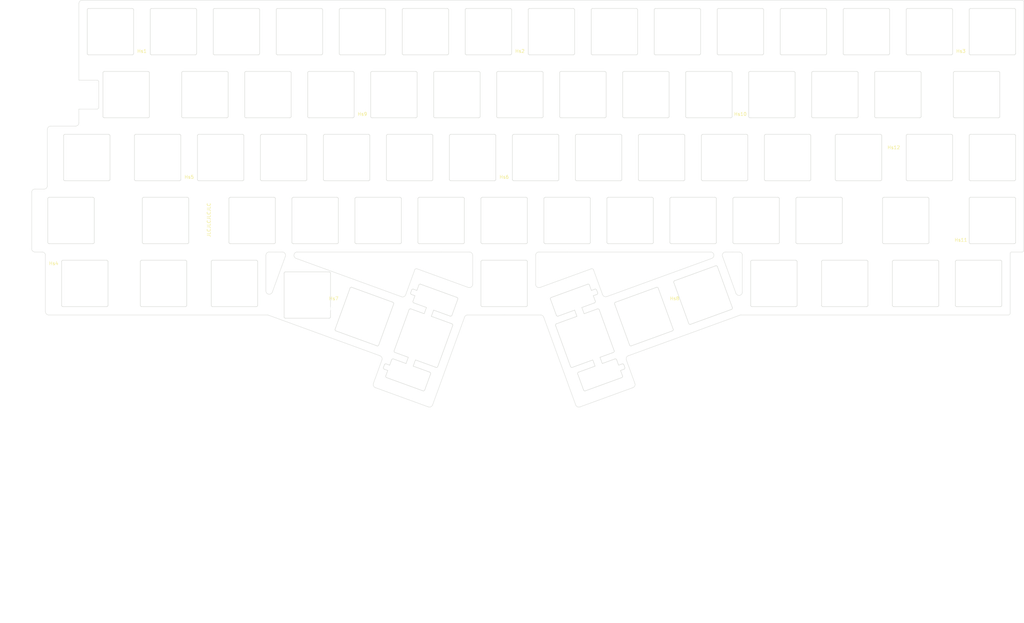
<source format=kicad_pcb>
(kicad_pcb (version 20241229) (generator "pcbnew") (generator_version "9.0")
  (layers (0 "F.Cu" signal) (2 "B.Cu" signal) (13 "F.Paste" user) (15 "B.Paste" user) (5 "F.SilkS" user "F.Silkscreen") (7 "B.SilkS" user "B.Silkscreen") (1 "F.Mask" user) (3 "B.Mask" user) (25 "Edge.Cuts" user))
  (net 0 "")
  (footprint "tmr-lib:Switch_Cutout" (layer "F.Cu") (at 256.5 19))
  (footprint "tmr-lib:Switch_Cutout" (layer "F.Cu") (at 19 0))
  (footprint "tmr-lib:Switch_Cutout_2u" (layer "F.Cu") (at 113.4 92.5 70))
  (footprint "tmr-lib:Switch_Cutout" (layer "F.Cu") (at 213.75 57))
  (footprint "tmr-lib:Switch_Cutout" (layer "F.Cu") (at 179.9 86 20))
  (footprint "tmr-lib:Switch_Cutout" (layer "F.Cu") (at 95.6 86 -20))
  (footprint "tmr-lib:Switch_Cutout" (layer "F.Cu") (at 47.5 19))
  (footprint "MountingHole:MountingHole_2.1mm" (layer "F.Cu") (at 28.5 8.93))
  (footprint "tmr-lib:Switch_Cutout" (layer "F.Cu") (at 285 0))
  (footprint "tmr-lib:Switch_Cutout" (layer "F.Cu") (at 57 0))
  (footprint "tmr-lib:Dummy" (layer "F.Cu") (at 229.78125 80))
  (footprint "tmr-lib:Switch_Cutout" (layer "F.Cu") (at 137.75 57))
  (footprint "tmr-lib:Switch_Cutout" (layer "F.Cu") (at 90.25 38))
  (footprint "tmr-lib:Switch_Cutout" (layer "F.Cu") (at 80.75 57))
  (footprint "tmr-lib:Switch_Cutout" (layer "F.Cu") (at 166.25 38))
  (footprint "tmr-lib:Switch_Cutout_1.75u" (layer "F.Cu") (at 258.875 57))
  (footprint "tmr-lib:Switch_Cutout" (layer "F.Cu") (at 223.25 38))
  (footprint "MountingHole:MountingHole_2.1mm" (layer "F.Cu") (at 189.145 83.6))
  (footprint "tmr-lib:Switch_Cutout" (layer "F.Cu") (at 147.25 38))
  (footprint "tmr-lib:Switch_Cutout" (layer "F.Cu") (at 56.4 76))
  (footprint "tmr-lib:Switch_Cutout" (layer "F.Cu") (at 156.75 57))
  (footprint "tmr-lib:Switch_Cutout" (layer "F.Cu") (at 128.25 38))
  (footprint "tmr-lib:Switch_Cutout_1.25u" (layer "F.Cu") (at 11.275 76))
  (footprint "tmr-lib:Switch_Cutout" (layer "F.Cu") (at 78.375 79.5))
  (footprint "MountingHole:MountingHole_2.1mm" (layer "F.Cu") (at 137.75 46.93))
  (footprint "tmr-lib:Switch_Cutout" (layer "F.Cu") (at 118.75 57))
  (footprint "tmr-lib:Switch_Cutout" (layer "F.Cu") (at 197.75 79.5 20))
  (footprint "tmr-lib:Switch_Cutout" (layer "F.Cu") (at 266 0))
  (footprint "tmr-lib:Switch_Cutout" (layer "F.Cu") (at 142.5 19))
  (footprint "tmr-lib:Switch_Cutout" (layer "F.Cu") (at 261.85 76))
  (footprint "tmr-lib:Switch_Cutout" (layer "F.Cu") (at 280.25 19))
  (footprint "tmr-lib:Switch_Cutout" (layer "F.Cu") (at 228 0))
  (footprint "tmr-lib:Switch_Cutout" (layer "F.Cu") (at 219.1 76))
  (footprint "tmr-lib:Switch_Cutout" (layer "F.Cu") (at 66.5 19))
  (footprint "tmr-lib:Switch_Cutout" (layer "F.Cu") (at 194.75 57))
  (footprint "tmr-lib:Switch_Cutout" (layer "F.Cu") (at 204.25 38))
  (footprint "tmr-lib:Switch_Cutout" (layer "F.Cu") (at 38 0))
  (footprint "MountingHole:MountingHole_2.1mm" (layer "F.Cu") (at 86.355 83.6))
  (footprint "tmr-lib:Switch_Cutout" (layer "F.Cu") (at 180.5 19))
  (footprint "tmr-lib:Switch_Cutout_1.25u" (layer "F.Cu") (at 35.025 76))
  (footprint "tmr-lib:Switch_Cutout" (layer "F.Cu") (at 99.75 57))
  (footprint "tmr-lib:Switch_Cutout" (layer "F.Cu") (at 218.5 19))
  (footprint "tmr-lib:Switch_Cutout" (layer "F.Cu") (at 95 0))
  (footprint "tmr-lib:Switch_Cutout" (layer "F.Cu") (at 137.75 76))
  (footprint "MountingHole:MountingHole_2.1mm" (layer "F.Cu") (at 42.75 46.93))
  (footprint "MountingHole:MountingHole_2.1mm" (layer "F.Cu") (at 209 27.93))
  (footprint "tmr-lib:Switch_Cutout" (layer "F.Cu") (at 152 0))
  (footprint "tmr-lib:Switch_Cutout" (layer "F.Cu") (at 61.75 57))
  (footprint "tmr-lib:Dummy" (layer "F.Cu") (at 11.7 19 -90))
  (footprint "tmr-lib:Switch_Cutout_1.25u" (layer "F.Cu") (at 240.475 76))
  (footprint "tmr-lib:Switch_Cutout" (layer "F.Cu") (at 185.25 38))
  (footprint "tmr-lib:Switch_Cutout" (layer "F.Cu") (at 23.75 19))
  (footprint "tmr-lib:Dummy" (layer "F.Cu") (at 23.15625 80))
  (footprint "tmr-lib:Switch_Cutout_1.25u" (layer "F.Cu") (at 11.875 38))
  (footprint "MountingHole:MountingHole_2.1mm" (layer "F.Cu") (at 1.9 73))
  (footprint "tmr-lib:Switch_Cutout" (layer "F.Cu") (at 190 0))
  (footprint "tmr-lib:Switch_Cutout_1.75u" (layer "F.Cu") (at 35.625 57))
  (footprint "tmr-lib:Switch_Cutout" (layer "F.Cu") (at 52.25 38))
  (footprint "tmr-lib:Switch_Cutout_1.25u" (layer "F.Cu") (at 244.625 38))
  (footprint "tmr-lib:Switch_Cutout" (layer "F.Cu") (at 33.25 38))
  (footprint "tmr-lib:Switch_Cutout" (layer "F.Cu") (at 285 38))
  (footprint "tmr-lib:Switch_Cutout" (layer "F.Cu") (at 123.5 19))
  (footprint "tmr-lib:Switch_Cutout_2u" (layer "F.Cu") (at 162.1 92.5 -70))
  (footprint "tmr-lib:Switch_Cutout" (layer "F.Cu") (at 285 57))
  (footprint "tmr-lib:Switch_Cutout" (layer "F.Cu") (at 133 0))
  (footprint "tmr-lib:Switch_Cutout" (layer "F.Cu") (at 175.75 57))
  (footprint "tmr-lib:JLC_Order_Num" (layer "F.Cu") (at 48.8 56.75 90))
  (footprint "tmr-lib:Switch_Cutout" (layer "F.Cu") (at 161.5 19))
  (footprint "tmr-lib:Switch_Cutout" (layer "F.Cu") (at 247 0))
  (footprint "tmr-lib:Switch_Cutout" (layer "F.Cu") (at 209 0))
  (footprint "MountingHole:MountingHole_2.1mm" (layer "F.Cu") (at 275.5 65.93))
  (footprint "tmr-lib:Switch_Cutout" (layer "F.Cu") (at 71.25 38))
  (footprint "MountingHole:MountingHole_2.1mm" (layer "F.Cu") (at 95 27.93))
  (footprint "tmr-lib:Switch_Cutout_1.25u" (layer "F.Cu") (at 7.125 57))
  (footprint "tmr-lib:Switch_Cutout" (layer "F.Cu") (at 232.75 57))
  (footprint "tmr-lib:Switch_Cutout" (layer "F.Cu") (at 266 38))
  (footprint "tmr-lib:Switch_Cutout" (layer "F.Cu") (at 114 0))
  (footprint "tmr-lib:Switch_Cutout" (layer "F.Cu") (at 104.5 19))
  (footprint "MountingHole:MountingHole_2.1mm" (layer "F.Cu") (at 275.5 8.93))
  (footprint "MountingHole:MountingHole_2.1mm" (layer "F.Cu") (at 142.5 8.93))
  (footprint "MountingHole:MountingHole_2.1mm" (layer "F.Cu") (at 255.25 38))
  (footprint "tmr-lib:Switch_Cutout" (layer "F.Cu") (at 199.5 19))
  (footprint "tmr-lib:Switch_Cutout" (layer "F.Cu") (at 76 0))
  (footprint "tmr-lib:Switch_Cutout" (layer "F.Cu") (at 171 0))
  (footprint "tmr-lib:Switch_Cutout" (layer "F.Cu") (at 109.25 38))
  (footprint "tmr-lib:Switch_Cutout" (layer "F.Cu") (at 85.5 19))
  (footprint "tmr-lib:Switch_Cutout" (layer "F.Cu") (at 237.5 19))
  (footprint "tmr-lib:Switch_Cutout" (layer "F.Cu") (at 280.85 76))
  (gr_line (start 137.75 85.5) (end 148.742304 85.5) (stroke (width 0.1)) (layer "Edge.Cuts"))
  (gr_line (start 9.5 23.35) (end 15 23.35) (stroke (width 0.1)) (layer "Edge.Cuts"))
  (gr_line (start 294.5 66) (end 294.5 -9) (stroke (width 0.1)) (layer "Edge.Cuts"))
  (gr_line (start 127.25 66.5) (end 118.75 66.5) (stroke (width 0.1)) (layer "Edge.Cuts"))
  (gr_arc (start 208.6 66.5) (mid 209.307107 66.792893) (end 209.6 67.5) (stroke (width 0.1)) (layer "Edge.Cuts"))
  (gr_arc (start 294.5 66) (mid 294.353553 66.353553) (end 294 66.5) (stroke (width 0.1)) (layer "Edge.Cuts"))
  (gr_arc (start 108.057359 79.40263) (mid 107.540351 79.966929) (end 106.775728 80.000331) (stroke (width 0.1)) (layer "Edge.Cuts"))
  (gr_line (start 147.25 76.257456) (end 147.25 67.5) (stroke (width 0.1)) (layer "Edge.Cuts"))
  (gr_arc (start 0 46.5) (mid -0.292893 47.207107) (end -1 47.5) (stroke (width 0.1)) (layer "Edge.Cuts"))
  (gr_line (start 70.818797 66.5) (end 68.875 66.5) (stroke (width 0.1)) (layer "Edge.Cuts"))
  (gr_arc (start 290.35 85) (mid 290.203553 85.353553) (end 289.85 85.5) (stroke (width 0.1)) (layer "Edge.Cuts"))
  (gr_arc (start 200.019886 66.5) (mid 201.004691 67.326332) (end 200.3619 68.439653) (stroke (width 0.1)) (layer "Edge.Cuts"))
  (gr_line (start 67.839653 78.608875) (end 71.758488 67.841989) (stroke (width 0.1)) (layer "Edge.Cuts"))
  (gr_line (start 175.209117 97.817036) (end 208.884204 85.560278) (stroke (width 0.1)) (layer "Edge.Cuts"))
  (gr_line (start 206.625 66.5) (end 208.6 66.5) (stroke (width 0.1)) (layer "Edge.Cuts"))
  (gr_arc (start 148.742304 85.5) (mid 149.315881 85.680848) (end 149.681997 86.157979) (stroke (width 0.1)) (layer "Edge.Cuts"))
  (gr_line (start 118.75 66.5) (end 75.355114 66.5) (stroke (width 0.1)) (layer "Edge.Cuts"))
  (gr_line (start 9.5 27.5) (end 9.5 23.35) (stroke (width 0.1)) (layer "Edge.Cuts"))
  (gr_arc (start 128.25 76.257457) (mid 127.823609 77.076577) (end 126.908023 77.197148) (stroke (width 0.1)) (layer "Edge.Cuts"))
  (gr_arc (start 294 -9.5) (mid 294.353553 -9.353553) (end 294.5 -9) (stroke (width 0.1)) (layer "Edge.Cuts"))
  (gr_line (start 125.818003 86.157979) (end 116.170676 112.663728) (stroke (width 0.1)) (layer "Edge.Cuts"))
  (gr_arc (start 65.9 67.5) (mid 66.192893 66.792893) (end 66.9 66.5) (stroke (width 0.1)) (layer "Edge.Cuts"))
  (gr_line (start 100.290883 97.817036) (end 66.615796 85.560278) (stroke (width 0.1)) (layer "Edge.Cuts"))
  (gr_line (start 156.75 66.5) (end 200.019886 66.5) (stroke (width 0.1)) (layer "Edge.Cuts"))
  (gr_arc (start 160.611011 113.261331) (mid 159.846375 113.228018) (end 159.329324 112.663728) (stroke (width 0.1)) (layer "Edge.Cuts"))
  (gr_line (start -3.75 47.5) (end -1 47.5) (stroke (width 0.1)) (layer "Edge.Cuts"))
  (gr_arc (start 70.818797 66.5) (mid 71.637943 66.926411) (end 71.758488 67.841989) (stroke (width 0.1)) (layer "Edge.Cuts"))
  (gr_line (start 149.681997 86.157979) (end 159.329324 112.663728) (stroke (width 0.1)) (layer "Edge.Cuts"))
  (gr_arc (start -1.6 66.5) (mid -0.892893 66.792893) (end -0.6 67.5) (stroke (width 0.1)) (layer "Edge.Cuts"))
  (gr_arc (start 209.6 78.610295) (mid 208.773669 79.5951) (end 207.660347 78.952309) (stroke (width 0.1)) (layer "Edge.Cuts"))
  (gr_line (start 167.428016 79.362457) (end 164.699694 71.866471) (stroke (width 0.1)) (layer "Edge.Cuts"))
  (gr_arc (start 100.290883 97.817036) (mid 100.855171 98.334096) (end 100.888563 99.098731) (stroke (width 0.1)) (layer "Edge.Cuts"))
  (gr_arc (start 290.35 67) (mid 290.496446 66.646446) (end 290.85 66.5) (stroke (width 0.1)) (layer "Edge.Cuts"))
  (gr_line (start 75.0131 68.439653) (end 106.775728 80.000331) (stroke (width 0.1)) (layer "Edge.Cuts"))
  (gr_arc (start 127.25 66.5) (mid 127.957107 66.792893) (end 128.25 67.5) (stroke (width 0.1)) (layer "Edge.Cuts"))
  (gr_arc (start 98.914178 107.446961) (mid 98.349894 106.929895) (end 98.316549 106.165263) (stroke (width 0.1)) (layer "Edge.Cuts"))
  (gr_line (start 128.25 76.257457) (end 128.25 67.5) (stroke (width 0.1)) (layer "Edge.Cuts"))
  (gr_arc (start 75.0131 68.439653) (mid 74.370336 67.326355) (end 75.355114 66.5) (stroke (width 0.1)) (layer "Edge.Cuts"))
  (gr_arc (start 110.800303 71.86647) (mid 111.058837 71.584328) (end 111.441153 71.567654) (stroke (width 0.1)) (layer "Edge.Cuts"))
  (gr_line (start 290.85 66.5) (end 294 66.5) (stroke (width 0.1)) (layer "Edge.Cuts"))
  (gr_line (start 15.5 22.85) (end 15.5 15.15) (stroke (width 0.1)) (layer "Edge.Cuts"))
  (gr_arc (start 148.591978 77.197147) (mid 147.67639 77.076615) (end 147.25 76.257456) (stroke (width 0.1)) (layer "Edge.Cuts"))
  (gr_line (start 0 46.5) (end 0 29.5) (stroke (width 0.1)) (layer "Edge.Cuts"))
  (gr_arc (start 208.884204 85.560278) (mid 209.052578 85.515162) (end 209.22623 85.5) (stroke (width 0.1)) (layer "Edge.Cuts"))
  (gr_arc (start 15.5 22.85) (mid 15.353553 23.203553) (end 15 23.35) (stroke (width 0.1)) (layer "Edge.Cuts"))
  (gr_line (start 1 28.5) (end 8.5 28.5) (stroke (width 0.1)) (layer "Edge.Cuts"))
  (gr_arc (start 9.5 -8.5) (mid 9.792893 -9.207107) (end 10.5 -9.5) (stroke (width 0.1)) (layer "Edge.Cuts"))
  (gr_line (start 98.316549 106.165263) (end 100.888563 99.098731) (stroke (width 0.1)) (layer "Edge.Cuts"))
  (gr_line (start 164.058843 71.567655) (end 148.591978 77.197147) (stroke (width 0.1)) (layer "Edge.Cuts"))
  (gr_line (start -4.75 65.5) (end -4.75 48.5) (stroke (width 0.1)) (layer "Edge.Cuts"))
  (gr_line (start 108.057359 79.40263) (end 110.800303 71.86647) (stroke (width 0.1)) (layer "Edge.Cuts"))
  (gr_line (start 209.6 67.5) (end 209.6 78.610295) (stroke (width 0.1)) (layer "Edge.Cuts"))
  (gr_arc (start 116.170676 112.663728) (mid 115.653616 113.22801) (end 114.888989 113.261331) (stroke (width 0.1)) (layer "Edge.Cuts"))
  (gr_line (start 294 -9.5) (end 10.5 -9.5) (stroke (width 0.1)) (layer "Edge.Cuts"))
  (gr_arc (start 66.27377 85.5) (mid 66.447421 85.515168) (end 66.615796 85.560278) (stroke (width 0.1)) (layer "Edge.Cuts"))
  (gr_arc (start 164.058843 71.567655) (mid 164.441179 71.584316) (end 164.699694 71.866471) (stroke (width 0.1)) (layer "Edge.Cuts"))
  (gr_line (start 290.35 85) (end 290.35 67) (stroke (width 0.1)) (layer "Edge.Cuts"))
  (gr_arc (start -3.75 66.5) (mid -4.457107 66.207107) (end -4.75 65.5) (stroke (width 0.1)) (layer "Edge.Cuts"))
  (gr_line (start 209.22623 85.5) (end 289.85 85.5) (stroke (width 0.1)) (layer "Edge.Cuts"))
  (gr_line (start 9.5 -8.5) (end 9.5 14.65) (stroke (width 0.1)) (layer "Edge.Cuts"))
  (gr_line (start 160.611011 113.261331) (end 176.585822 107.446961) (stroke (width 0.1)) (layer "Edge.Cuts"))
  (gr_arc (start 174.611437 99.098731) (mid 174.64482 98.334096) (end 175.209117 97.817036) (stroke (width 0.1)) (layer "Edge.Cuts"))
  (gr_line (start 207.660347 78.952309) (end 203.616511 67.841988) (stroke (width 0.1)) (layer "Edge.Cuts"))
  (gr_line (start 148.25 66.5) (end 156.75 66.5) (stroke (width 0.1)) (layer "Edge.Cuts"))
  (gr_arc (start 0 29.5) (mid 0.292893 28.792893) (end 1 28.5) (stroke (width 0.1)) (layer "Edge.Cuts"))
  (gr_arc (start 9.5 27.5) (mid 9.207107 28.207107) (end 8.5 28.5) (stroke (width 0.1)) (layer "Edge.Cuts"))
  (gr_line (start 204.556202 66.5) (end 206.625 66.5) (stroke (width 0.1)) (layer "Edge.Cuts"))
  (gr_arc (start 177.183451 106.165263) (mid 177.150089 106.929872) (end 176.585822 107.446961) (stroke (width 0.1)) (layer "Edge.Cuts"))
  (gr_arc (start 67.839653 78.608875) (mid 66.726356 79.251655) (end 65.9 78.266861) (stroke (width 0.1)) (layer "Edge.Cuts"))
  (gr_arc (start 15 14.65) (mid 15.353553 14.796447) (end 15.5 15.15) (stroke (width 0.1)) (layer "Edge.Cuts"))
  (gr_line (start 15 14.65) (end 9.5 14.65) (stroke (width 0.1)) (layer "Edge.Cuts"))
  (gr_arc (start 147.25 67.5) (mid 147.542893 66.792893) (end 148.25 66.5) (stroke (width 0.1)) (layer "Edge.Cuts"))
  (gr_line (start -0.6 84.5) (end -0.6 67.5) (stroke (width 0.1)) (layer "Edge.Cuts"))
  (gr_line (start 66.27377 85.5) (end 0.4 85.5) (stroke (width 0.1)) (layer "Edge.Cuts"))
  (gr_arc (start 125.818003 86.157979) (mid 126.184119 85.680846) (end 126.757696 85.5) (stroke (width 0.1)) (layer "Edge.Cuts"))
  (gr_line (start 65.9 67.5) (end 65.9 78.266861) (stroke (width 0.1)) (layer "Edge.Cuts"))
  (gr_arc (start 168.709649 79.960158) (mid 167.945026 79.926782) (end 167.428016 79.362457) (stroke (width 0.1)) (layer "Edge.Cuts"))
  (gr_arc (start -4.75 48.5) (mid -4.457107 47.792893) (end -3.75 47.5) (stroke (width 0.1)) (layer "Edge.Cuts"))
  (gr_arc (start 0.4 85.5) (mid -0.307107 85.207107) (end -0.6 84.5) (stroke (width 0.1)) (layer "Edge.Cuts"))
  (gr_line (start 114.888989 113.261331) (end 98.914178 107.446961) (stroke (width 0.1)) (layer "Edge.Cuts"))
  (gr_line (start 137.75 85.5) (end 126.757696 85.5) (stroke (width 0.1)) (layer "Edge.Cuts"))
  (gr_line (start 111.441153 71.567654) (end 126.908023 77.197148) (stroke (width 0.1)) (layer "Edge.Cuts"))
  (gr_line (start 200.3619 68.439653) (end 168.709649 79.960158) (stroke (width 0.1)) (layer "Edge.Cuts"))
  (gr_line (start 68.875 66.5) (end 66.9 66.5) (stroke (width 0.1)) (layer "Edge.Cuts"))
  (gr_line (start -1.6 66.5) (end -3.75 66.5) (stroke (width 0.1)) (layer "Edge.Cuts"))
  (gr_line (start 177.183451 106.165263) (end 174.611437 99.098731) (stroke (width 0.1)) (layer "Edge.Cuts"))
  (gr_arc (start 203.616511 67.841988) (mid 203.737045 66.926398) (end 204.556202 66.5) (stroke (width 0.1)) (layer "Edge.Cuts"))
)
</source>
